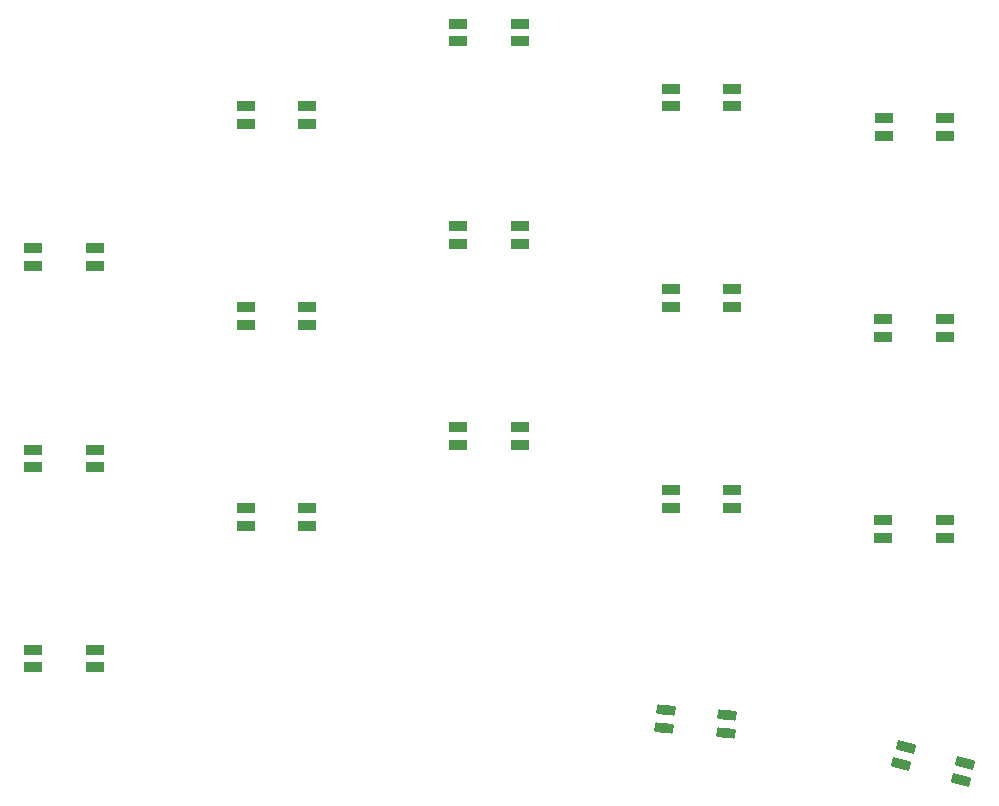
<source format=gbr>
%TF.GenerationSoftware,KiCad,Pcbnew,(6.0.0)*%
%TF.CreationDate,2022-05-05T22:03:01-07:00*%
%TF.ProjectId,half-swept,68616c66-2d73-4776-9570-742e6b696361,rev?*%
%TF.SameCoordinates,Original*%
%TF.FileFunction,Paste,Top*%
%TF.FilePolarity,Positive*%
%FSLAX46Y46*%
G04 Gerber Fmt 4.6, Leading zero omitted, Abs format (unit mm)*
G04 Created by KiCad (PCBNEW (6.0.0)) date 2022-05-05 22:03:01*
%MOMM*%
%LPD*%
G01*
G04 APERTURE LIST*
G04 Aperture macros list*
%AMRoundRect*
0 Rectangle with rounded corners*
0 $1 Rounding radius*
0 $2 $3 $4 $5 $6 $7 $8 $9 X,Y pos of 4 corners*
0 Add a 4 corners polygon primitive as box body*
4,1,4,$2,$3,$4,$5,$6,$7,$8,$9,$2,$3,0*
0 Add four circle primitives for the rounded corners*
1,1,$1+$1,$2,$3*
1,1,$1+$1,$4,$5*
1,1,$1+$1,$6,$7*
1,1,$1+$1,$8,$9*
0 Add four rect primitives between the rounded corners*
20,1,$1+$1,$2,$3,$4,$5,0*
20,1,$1+$1,$4,$5,$6,$7,0*
20,1,$1+$1,$6,$7,$8,$9,0*
20,1,$1+$1,$8,$9,$2,$3,0*%
G04 Aperture macros list end*
%ADD10RoundRect,0.082000X-0.718000X0.328000X-0.718000X-0.328000X0.718000X-0.328000X0.718000X0.328000X0*%
%ADD11RoundRect,0.082000X-0.686681X0.389330X-0.743855X-0.264174X0.686681X-0.389330X0.743855X0.264174X0*%
%ADD12RoundRect,0.082000X-0.608642X0.502656X-0.778427X-0.130992X0.608642X-0.502656X0.778427X0.130992X0*%
G04 APERTURE END LIST*
D10*
%TO.C,D34*%
X42796985Y-23147839D03*
X42796985Y-24647839D03*
X37596985Y-24647839D03*
X37596985Y-23147839D03*
%TD*%
%TO.C,D26*%
X60796983Y-50281838D03*
X60796983Y-51781838D03*
X55596983Y-51781838D03*
X55596983Y-50281838D03*
%TD*%
%TO.C,D31*%
X42796985Y-40121839D03*
X42796985Y-41621839D03*
X37596985Y-41621839D03*
X37596985Y-40121839D03*
%TD*%
%TO.C,D28*%
X42796985Y-57139838D03*
X42796985Y-58639838D03*
X37596985Y-58639838D03*
X37596985Y-57139838D03*
%TD*%
%TO.C,D32*%
X78796985Y-38597840D03*
X78796985Y-40097840D03*
X73596985Y-40097840D03*
X73596985Y-38597840D03*
%TD*%
%TO.C,D21*%
X96796984Y-24147839D03*
X96796984Y-25647839D03*
X91596984Y-25647839D03*
X91596984Y-24147839D03*
%TD*%
%TO.C,D19*%
X24796985Y-35147839D03*
X24796985Y-36647839D03*
X19596985Y-36647839D03*
X19596985Y-35147839D03*
%TD*%
%TO.C,D23*%
X60796985Y-33263839D03*
X60796985Y-34763839D03*
X55596985Y-34763839D03*
X55596985Y-33263839D03*
%TD*%
%TO.C,D22*%
X24796984Y-52197839D03*
X24796984Y-53697839D03*
X19596984Y-53697839D03*
X19596984Y-52197839D03*
%TD*%
%TO.C,D35*%
X78796985Y-21647839D03*
X78796985Y-23147839D03*
X73596985Y-23147839D03*
X73596985Y-21647839D03*
%TD*%
%TO.C,D25*%
X24796985Y-69147839D03*
X24796985Y-70647839D03*
X19596985Y-70647839D03*
X19596985Y-69147839D03*
%TD*%
%TO.C,D24*%
X96776984Y-41137839D03*
X96776984Y-42637839D03*
X91576984Y-42637839D03*
X91576984Y-41137839D03*
%TD*%
D11*
%TO.C,D30*%
X78345209Y-74696627D03*
X78214476Y-76190919D03*
X73034263Y-75737709D03*
X73164997Y-74243417D03*
%TD*%
D10*
%TO.C,D29*%
X78796985Y-55615840D03*
X78796985Y-57115840D03*
X73596985Y-57115840D03*
X73596985Y-55615840D03*
%TD*%
D12*
%TO.C,D33*%
X98517306Y-78719420D03*
X98129078Y-80168309D03*
X93106263Y-78822450D03*
X93494492Y-77373561D03*
%TD*%
D10*
%TO.C,D20*%
X60796984Y-16147839D03*
X60796984Y-17647839D03*
X55596984Y-17647839D03*
X55596984Y-16147839D03*
%TD*%
%TO.C,D27*%
X96776985Y-58155839D03*
X96776985Y-59655839D03*
X91576985Y-59655839D03*
X91576985Y-58155839D03*
%TD*%
M02*

</source>
